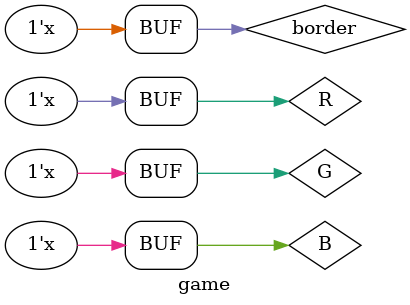
<source format=v>
`timescale 1ns / 1ps
module game(
    );

// Draw a border around the screen
wire border = (CounterX[9:3]==0) || (CounterX[9:3]==79) || (CounterY[8:3]==0) || (CounterY[8:3]==59);
wire R = border;
wire G = border;
wire B = border;

reg vga_R, vga_G, vga_B;
always @(posedge clk)
begin
  vga_R <= R & inDisplayArea;
  vga_G <= G & inDisplayArea;
  vga_B <= B & inDisplayArea;
end

endmodule

</source>
